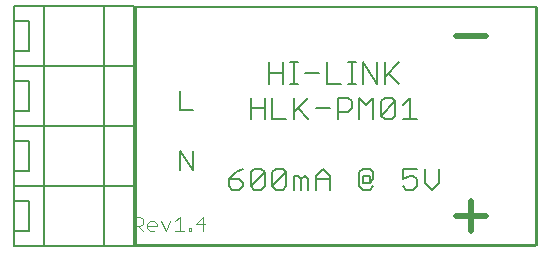
<source format=gto>
G75*
%MOIN*%
%OFA0B0*%
%FSLAX25Y25*%
%IPPOS*%
%LPD*%
%AMOC8*
5,1,8,0,0,1.08239X$1,22.5*
%
%ADD10C,0.00000*%
%ADD11C,0.00400*%
%ADD12C,0.00600*%
%ADD13C,0.00500*%
%ADD14C,0.00800*%
%ADD15C,0.02000*%
D10*
X0001250Y0001250D02*
X0001250Y0081211D01*
X0174951Y0081211D01*
X0174951Y0001250D01*
X0001250Y0001250D01*
D11*
X0041128Y0006450D02*
X0041128Y0011054D01*
X0043430Y0011054D01*
X0044198Y0010287D01*
X0044198Y0008752D01*
X0043430Y0007985D01*
X0041128Y0007985D01*
X0042663Y0007985D02*
X0044198Y0006450D01*
X0045732Y0007217D02*
X0045732Y0008752D01*
X0046500Y0009519D01*
X0048034Y0009519D01*
X0048802Y0008752D01*
X0048802Y0007985D01*
X0045732Y0007985D01*
X0045732Y0007217D02*
X0046500Y0006450D01*
X0048034Y0006450D01*
X0050336Y0009519D02*
X0051871Y0006450D01*
X0053405Y0009519D01*
X0054940Y0009519D02*
X0056475Y0011054D01*
X0056475Y0006450D01*
X0058009Y0006450D02*
X0054940Y0006450D01*
X0059544Y0006450D02*
X0060311Y0006450D01*
X0060311Y0007217D01*
X0059544Y0007217D01*
X0059544Y0006450D01*
X0061846Y0008752D02*
X0064915Y0008752D01*
X0064148Y0011054D02*
X0061846Y0008752D01*
X0064148Y0006450D02*
X0064148Y0011054D01*
D12*
X0060820Y0026550D02*
X0060820Y0032955D01*
X0056550Y0032955D02*
X0060820Y0026550D01*
X0056550Y0026550D02*
X0056550Y0032955D01*
X0056550Y0046550D02*
X0060820Y0046550D01*
X0056550Y0046550D02*
X0056550Y0052955D01*
D13*
X0011250Y0001250D02*
X0001250Y0001250D01*
X0001250Y0006250D01*
X0006250Y0006250D01*
X0006250Y0016250D01*
X0001250Y0016250D01*
X0001250Y0006250D01*
X0011250Y0001250D02*
X0011250Y0081250D01*
X0031250Y0081250D01*
X0031250Y0001250D01*
X0041250Y0001250D01*
X0041250Y0021250D01*
X0001250Y0021250D01*
X0001250Y0016250D01*
X0001250Y0021250D02*
X0001250Y0026250D01*
X0006250Y0026250D01*
X0006250Y0036250D01*
X0001250Y0036250D01*
X0001250Y0026250D01*
X0001250Y0036250D02*
X0001250Y0041250D01*
X0041250Y0041250D01*
X0041250Y0021250D01*
X0041821Y0001486D02*
X0041821Y0081014D01*
X0175679Y0081014D01*
X0175679Y0001486D01*
X0041821Y0001486D01*
X0031250Y0001250D02*
X0011250Y0001250D01*
X0001250Y0041250D02*
X0001250Y0046250D01*
X0006250Y0046250D01*
X0006250Y0056250D01*
X0001250Y0056250D01*
X0001250Y0046250D01*
X0001250Y0056250D02*
X0001250Y0061250D01*
X0041250Y0061250D01*
X0041250Y0041250D01*
X0041250Y0061250D02*
X0041250Y0081250D01*
X0031250Y0081250D01*
X0011250Y0081250D02*
X0001250Y0081250D01*
X0001250Y0076250D01*
X0006250Y0076250D01*
X0006250Y0066250D01*
X0001250Y0066250D01*
X0001250Y0061250D01*
X0001250Y0066250D02*
X0001250Y0076250D01*
D14*
X0080149Y0050699D02*
X0080149Y0043619D01*
X0084869Y0043619D02*
X0084869Y0050699D01*
X0087399Y0050699D02*
X0087399Y0043619D01*
X0092119Y0043619D01*
X0094649Y0043619D02*
X0094649Y0050699D01*
X0094649Y0045979D02*
X0099369Y0050699D01*
X0101900Y0047159D02*
X0106620Y0047159D01*
X0109150Y0045979D02*
X0112690Y0045979D01*
X0113870Y0047159D01*
X0113870Y0049519D01*
X0112690Y0050699D01*
X0109150Y0050699D01*
X0109150Y0043619D01*
X0116400Y0043619D02*
X0116400Y0050699D01*
X0118760Y0048339D01*
X0121120Y0050699D01*
X0121120Y0043619D01*
X0123651Y0044799D02*
X0128371Y0049519D01*
X0128371Y0044799D01*
X0127191Y0043619D01*
X0124831Y0043619D01*
X0123651Y0044799D01*
X0123651Y0049519D01*
X0124831Y0050699D01*
X0127191Y0050699D01*
X0128371Y0049519D01*
X0130901Y0048339D02*
X0133261Y0050699D01*
X0133261Y0043619D01*
X0130901Y0043619D02*
X0135621Y0043619D01*
X0129579Y0055430D02*
X0126039Y0058970D01*
X0124859Y0057790D02*
X0129579Y0062510D01*
X0124859Y0062510D02*
X0124859Y0055430D01*
X0122329Y0055430D02*
X0122329Y0062510D01*
X0117609Y0062510D02*
X0122329Y0055430D01*
X0117609Y0055430D02*
X0117609Y0062510D01*
X0115135Y0062510D02*
X0112775Y0062510D01*
X0113955Y0062510D02*
X0113955Y0055430D01*
X0112775Y0055430D02*
X0115135Y0055430D01*
X0110245Y0055430D02*
X0105525Y0055430D01*
X0105525Y0062510D01*
X0102995Y0058970D02*
X0098275Y0058970D01*
X0095801Y0062510D02*
X0093441Y0062510D01*
X0094621Y0062510D02*
X0094621Y0055430D01*
X0093441Y0055430D02*
X0095801Y0055430D01*
X0090911Y0055430D02*
X0090911Y0062510D01*
X0086191Y0062510D02*
X0086191Y0055430D01*
X0086191Y0058970D02*
X0090911Y0058970D01*
X0095829Y0047159D02*
X0099369Y0043619D01*
X0084869Y0047159D02*
X0080149Y0047159D01*
X0081329Y0027077D02*
X0083689Y0027077D01*
X0084869Y0025897D01*
X0080149Y0021176D01*
X0081329Y0019996D01*
X0083689Y0019996D01*
X0084869Y0021176D01*
X0084869Y0025897D01*
X0087399Y0025897D02*
X0088579Y0027077D01*
X0090939Y0027077D01*
X0092119Y0025897D01*
X0087399Y0021176D01*
X0088579Y0019996D01*
X0090939Y0019996D01*
X0092119Y0021176D01*
X0092119Y0025897D01*
X0094649Y0024716D02*
X0095829Y0024716D01*
X0097009Y0023536D01*
X0098189Y0024716D01*
X0099369Y0023536D01*
X0099369Y0019996D01*
X0101900Y0019996D02*
X0101900Y0024716D01*
X0104260Y0027077D01*
X0106620Y0024716D01*
X0106620Y0019996D01*
X0106620Y0023536D02*
X0101900Y0023536D01*
X0097009Y0023536D02*
X0097009Y0019996D01*
X0094649Y0019996D02*
X0094649Y0024716D01*
X0087399Y0025897D02*
X0087399Y0021176D01*
X0080149Y0021176D02*
X0080149Y0025897D01*
X0081329Y0027077D01*
X0077619Y0027077D02*
X0075259Y0025897D01*
X0072899Y0023536D01*
X0076439Y0023536D01*
X0077619Y0022356D01*
X0077619Y0021176D01*
X0076439Y0019996D01*
X0074079Y0019996D01*
X0072899Y0021176D01*
X0072899Y0023536D01*
X0116400Y0021176D02*
X0116400Y0025897D01*
X0117580Y0027077D01*
X0119940Y0027077D01*
X0121120Y0025897D01*
X0121120Y0023536D01*
X0119940Y0022356D01*
X0119940Y0024716D01*
X0117580Y0024716D01*
X0117580Y0022356D01*
X0119940Y0022356D01*
X0121120Y0021176D02*
X0119940Y0019996D01*
X0117580Y0019996D01*
X0116400Y0021176D01*
X0130901Y0021176D02*
X0132081Y0019996D01*
X0134441Y0019996D01*
X0135621Y0021176D01*
X0135621Y0023536D01*
X0134441Y0024716D01*
X0133261Y0024716D01*
X0130901Y0023536D01*
X0130901Y0027077D01*
X0135621Y0027077D01*
X0138151Y0027077D02*
X0138151Y0022356D01*
X0140511Y0019996D01*
X0142871Y0022356D01*
X0142871Y0027077D01*
D15*
X0153750Y0016250D02*
X0153750Y0006250D01*
X0158750Y0011250D02*
X0148750Y0011250D01*
X0148750Y0071250D02*
X0158750Y0071250D01*
M02*

</source>
